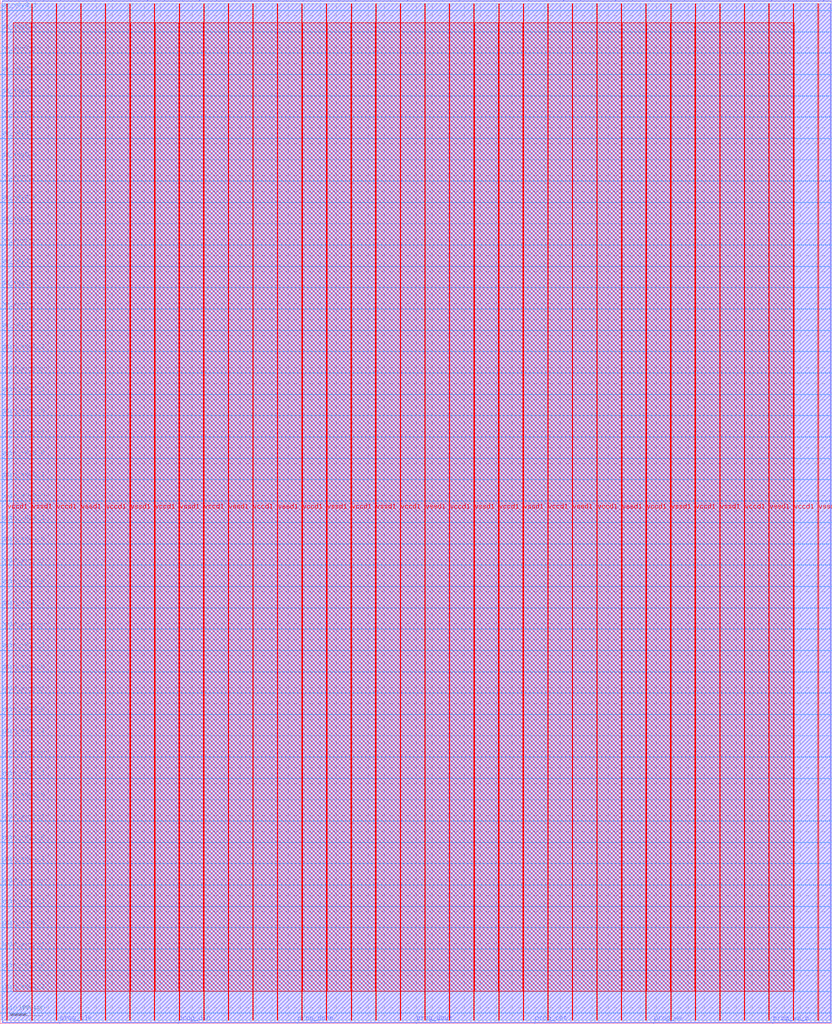
<source format=lef>
VERSION 5.7 ;
  NOWIREEXTENSIONATPIN ON ;
  DIVIDERCHAR "/" ;
  BUSBITCHARS "[]" ;
MACRO top
  CLASS BLOCK ;
  FOREIGN top ;
  ORIGIN 0.000 0.000 ;
  SIZE 2600.000 BY 3200.000 ;
  PIN ipin_x0y1_0
    DIRECTION INPUT ;
    USE SIGNAL ;
    PORT
      LAYER met3 ;
        RECT 0.000 33.360 4.000 33.960 ;
    END
  END ipin_x0y1_0
  PIN ipin_x0y1_1
    DIRECTION INPUT ;
    USE SIGNAL ;
    PORT
      LAYER met3 ;
        RECT 0.000 100.000 4.000 100.600 ;
    END
  END ipin_x0y1_1
  PIN ipin_x0y2_0
    DIRECTION INPUT ;
    USE SIGNAL ;
    PORT
      LAYER met3 ;
        RECT 0.000 166.640 4.000 167.240 ;
    END
  END ipin_x0y2_0
  PIN ipin_x0y2_1
    DIRECTION INPUT ;
    USE SIGNAL ;
    PORT
      LAYER met3 ;
        RECT 0.000 233.280 4.000 233.880 ;
    END
  END ipin_x0y2_1
  PIN ipin_x0y3_0
    DIRECTION INPUT ;
    USE SIGNAL ;
    PORT
      LAYER met3 ;
        RECT 0.000 299.920 4.000 300.520 ;
    END
  END ipin_x0y3_0
  PIN ipin_x0y3_1
    DIRECTION INPUT ;
    USE SIGNAL ;
    PORT
      LAYER met3 ;
        RECT 0.000 366.560 4.000 367.160 ;
    END
  END ipin_x0y3_1
  PIN ipin_x0y4_0
    DIRECTION INPUT ;
    USE SIGNAL ;
    PORT
      LAYER met3 ;
        RECT 0.000 433.200 4.000 433.800 ;
    END
  END ipin_x0y4_0
  PIN ipin_x0y4_1
    DIRECTION INPUT ;
    USE SIGNAL ;
    PORT
      LAYER met3 ;
        RECT 0.000 499.840 4.000 500.440 ;
    END
  END ipin_x0y4_1
  PIN ipin_x0y5_0
    DIRECTION INPUT ;
    USE SIGNAL ;
    PORT
      LAYER met3 ;
        RECT 0.000 566.480 4.000 567.080 ;
    END
  END ipin_x0y5_0
  PIN ipin_x0y5_1
    DIRECTION INPUT ;
    USE SIGNAL ;
    PORT
      LAYER met3 ;
        RECT 0.000 633.120 4.000 633.720 ;
    END
  END ipin_x0y5_1
  PIN ipin_x0y6_0
    DIRECTION INPUT ;
    USE SIGNAL ;
    PORT
      LAYER met3 ;
        RECT 0.000 699.760 4.000 700.360 ;
    END
  END ipin_x0y6_0
  PIN ipin_x0y6_1
    DIRECTION INPUT ;
    USE SIGNAL ;
    PORT
      LAYER met3 ;
        RECT 0.000 766.400 4.000 767.000 ;
    END
  END ipin_x0y6_1
  PIN ipin_x0y7_0
    DIRECTION INPUT ;
    USE SIGNAL ;
    PORT
      LAYER met3 ;
        RECT 0.000 833.040 4.000 833.640 ;
    END
  END ipin_x0y7_0
  PIN ipin_x0y7_1
    DIRECTION INPUT ;
    USE SIGNAL ;
    PORT
      LAYER met3 ;
        RECT 0.000 899.680 4.000 900.280 ;
    END
  END ipin_x0y7_1
  PIN ipin_x0y8_0
    DIRECTION INPUT ;
    USE SIGNAL ;
    PORT
      LAYER met3 ;
        RECT 0.000 966.320 4.000 966.920 ;
    END
  END ipin_x0y8_0
  PIN ipin_x0y8_1
    DIRECTION INPUT ;
    USE SIGNAL ;
    PORT
      LAYER met3 ;
        RECT 0.000 1032.960 4.000 1033.560 ;
    END
  END ipin_x0y8_1
  PIN ipin_x1y9_0
    DIRECTION INPUT ;
    USE SIGNAL ;
    PORT
      LAYER met2 ;
        RECT 26.770 3196.000 27.050 3200.000 ;
    END
  END ipin_x1y9_0
  PIN ipin_x1y9_1
    DIRECTION INPUT ;
    USE SIGNAL ;
    PORT
      LAYER met2 ;
        RECT 80.590 3196.000 80.870 3200.000 ;
    END
  END ipin_x1y9_1
  PIN ipin_x2y9_0
    DIRECTION INPUT ;
    USE SIGNAL ;
    PORT
      LAYER met2 ;
        RECT 134.870 3196.000 135.150 3200.000 ;
    END
  END ipin_x2y9_0
  PIN ipin_x2y9_1
    DIRECTION INPUT ;
    USE SIGNAL ;
    PORT
      LAYER met2 ;
        RECT 189.150 3196.000 189.430 3200.000 ;
    END
  END ipin_x2y9_1
  PIN ipin_x3y9_0
    DIRECTION INPUT ;
    USE SIGNAL ;
    PORT
      LAYER met2 ;
        RECT 243.430 3196.000 243.710 3200.000 ;
    END
  END ipin_x3y9_0
  PIN ipin_x3y9_1
    DIRECTION INPUT ;
    USE SIGNAL ;
    PORT
      LAYER met2 ;
        RECT 297.250 3196.000 297.530 3200.000 ;
    END
  END ipin_x3y9_1
  PIN ipin_x4y9_0
    DIRECTION INPUT ;
    USE SIGNAL ;
    PORT
      LAYER met2 ;
        RECT 351.530 3196.000 351.810 3200.000 ;
    END
  END ipin_x4y9_0
  PIN ipin_x4y9_1
    DIRECTION INPUT ;
    USE SIGNAL ;
    PORT
      LAYER met2 ;
        RECT 405.810 3196.000 406.090 3200.000 ;
    END
  END ipin_x4y9_1
  PIN ipin_x5y9_0
    DIRECTION INPUT ;
    USE SIGNAL ;
    PORT
      LAYER met2 ;
        RECT 460.090 3196.000 460.370 3200.000 ;
    END
  END ipin_x5y9_0
  PIN ipin_x5y9_1
    DIRECTION INPUT ;
    USE SIGNAL ;
    PORT
      LAYER met2 ;
        RECT 513.910 3196.000 514.190 3200.000 ;
    END
  END ipin_x5y9_1
  PIN ipin_x6y9_0
    DIRECTION INPUT ;
    USE SIGNAL ;
    PORT
      LAYER met2 ;
        RECT 568.190 3196.000 568.470 3200.000 ;
    END
  END ipin_x6y9_0
  PIN ipin_x6y9_1
    DIRECTION INPUT ;
    USE SIGNAL ;
    PORT
      LAYER met2 ;
        RECT 622.470 3196.000 622.750 3200.000 ;
    END
  END ipin_x6y9_1
  PIN ipin_x7y9_0
    DIRECTION INPUT ;
    USE SIGNAL ;
    PORT
      LAYER met2 ;
        RECT 676.750 3196.000 677.030 3200.000 ;
    END
  END ipin_x7y9_0
  PIN ipin_x7y9_1
    DIRECTION INPUT ;
    USE SIGNAL ;
    PORT
      LAYER met2 ;
        RECT 730.570 3196.000 730.850 3200.000 ;
    END
  END ipin_x7y9_1
  PIN ipin_x8y9_0
    DIRECTION INPUT ;
    USE SIGNAL ;
    PORT
      LAYER met2 ;
        RECT 784.850 3196.000 785.130 3200.000 ;
    END
  END ipin_x8y9_0
  PIN ipin_x8y9_1
    DIRECTION INPUT ;
    USE SIGNAL ;
    PORT
      LAYER met2 ;
        RECT 839.130 3196.000 839.410 3200.000 ;
    END
  END ipin_x8y9_1
  PIN ipin_x9y1_0
    DIRECTION INPUT ;
    USE SIGNAL ;
    PORT
      LAYER met3 ;
        RECT 2596.000 33.360 2600.000 33.960 ;
    END
  END ipin_x9y1_0
  PIN ipin_x9y1_1
    DIRECTION INPUT ;
    USE SIGNAL ;
    PORT
      LAYER met3 ;
        RECT 2596.000 100.000 2600.000 100.600 ;
    END
  END ipin_x9y1_1
  PIN ipin_x9y2_0
    DIRECTION INPUT ;
    USE SIGNAL ;
    PORT
      LAYER met3 ;
        RECT 2596.000 166.640 2600.000 167.240 ;
    END
  END ipin_x9y2_0
  PIN ipin_x9y2_1
    DIRECTION INPUT ;
    USE SIGNAL ;
    PORT
      LAYER met3 ;
        RECT 2596.000 233.280 2600.000 233.880 ;
    END
  END ipin_x9y2_1
  PIN ipin_x9y3_0
    DIRECTION INPUT ;
    USE SIGNAL ;
    PORT
      LAYER met3 ;
        RECT 2596.000 299.920 2600.000 300.520 ;
    END
  END ipin_x9y3_0
  PIN ipin_x9y3_1
    DIRECTION INPUT ;
    USE SIGNAL ;
    PORT
      LAYER met3 ;
        RECT 2596.000 366.560 2600.000 367.160 ;
    END
  END ipin_x9y3_1
  PIN ipin_x9y4_0
    DIRECTION INPUT ;
    USE SIGNAL ;
    PORT
      LAYER met3 ;
        RECT 2596.000 433.200 2600.000 433.800 ;
    END
  END ipin_x9y4_0
  PIN ipin_x9y4_1
    DIRECTION INPUT ;
    USE SIGNAL ;
    PORT
      LAYER met3 ;
        RECT 2596.000 499.840 2600.000 500.440 ;
    END
  END ipin_x9y4_1
  PIN ipin_x9y5_0
    DIRECTION INPUT ;
    USE SIGNAL ;
    PORT
      LAYER met3 ;
        RECT 2596.000 566.480 2600.000 567.080 ;
    END
  END ipin_x9y5_0
  PIN ipin_x9y5_1
    DIRECTION INPUT ;
    USE SIGNAL ;
    PORT
      LAYER met3 ;
        RECT 2596.000 633.120 2600.000 633.720 ;
    END
  END ipin_x9y5_1
  PIN ipin_x9y6_0
    DIRECTION INPUT ;
    USE SIGNAL ;
    PORT
      LAYER met3 ;
        RECT 2596.000 699.760 2600.000 700.360 ;
    END
  END ipin_x9y6_0
  PIN ipin_x9y6_1
    DIRECTION INPUT ;
    USE SIGNAL ;
    PORT
      LAYER met3 ;
        RECT 2596.000 766.400 2600.000 767.000 ;
    END
  END ipin_x9y6_1
  PIN ipin_x9y7_0
    DIRECTION INPUT ;
    USE SIGNAL ;
    PORT
      LAYER met3 ;
        RECT 2596.000 833.040 2600.000 833.640 ;
    END
  END ipin_x9y7_0
  PIN ipin_x9y7_1
    DIRECTION INPUT ;
    USE SIGNAL ;
    PORT
      LAYER met3 ;
        RECT 2596.000 899.680 2600.000 900.280 ;
    END
  END ipin_x9y7_1
  PIN ipin_x9y8_0
    DIRECTION INPUT ;
    USE SIGNAL ;
    PORT
      LAYER met3 ;
        RECT 2596.000 966.320 2600.000 966.920 ;
    END
  END ipin_x9y8_0
  PIN ipin_x9y8_1
    DIRECTION INPUT ;
    USE SIGNAL ;
    PORT
      LAYER met3 ;
        RECT 2596.000 1032.960 2600.000 1033.560 ;
    END
  END ipin_x9y8_1
  PIN oe_x0y1_0
    DIRECTION OUTPUT TRISTATE ;
    USE SIGNAL ;
    PORT
      LAYER met3 ;
        RECT 0.000 2166.520 4.000 2167.120 ;
    END
  END oe_x0y1_0
  PIN oe_x0y1_1
    DIRECTION OUTPUT TRISTATE ;
    USE SIGNAL ;
    PORT
      LAYER met3 ;
        RECT 0.000 2233.160 4.000 2233.760 ;
    END
  END oe_x0y1_1
  PIN oe_x0y2_0
    DIRECTION OUTPUT TRISTATE ;
    USE SIGNAL ;
    PORT
      LAYER met3 ;
        RECT 0.000 2299.800 4.000 2300.400 ;
    END
  END oe_x0y2_0
  PIN oe_x0y2_1
    DIRECTION OUTPUT TRISTATE ;
    USE SIGNAL ;
    PORT
      LAYER met3 ;
        RECT 0.000 2366.440 4.000 2367.040 ;
    END
  END oe_x0y2_1
  PIN oe_x0y3_0
    DIRECTION OUTPUT TRISTATE ;
    USE SIGNAL ;
    PORT
      LAYER met3 ;
        RECT 0.000 2433.080 4.000 2433.680 ;
    END
  END oe_x0y3_0
  PIN oe_x0y3_1
    DIRECTION OUTPUT TRISTATE ;
    USE SIGNAL ;
    PORT
      LAYER met3 ;
        RECT 0.000 2499.720 4.000 2500.320 ;
    END
  END oe_x0y3_1
  PIN oe_x0y4_0
    DIRECTION OUTPUT TRISTATE ;
    USE SIGNAL ;
    PORT
      LAYER met3 ;
        RECT 0.000 2566.360 4.000 2566.960 ;
    END
  END oe_x0y4_0
  PIN oe_x0y4_1
    DIRECTION OUTPUT TRISTATE ;
    USE SIGNAL ;
    PORT
      LAYER met3 ;
        RECT 0.000 2633.000 4.000 2633.600 ;
    END
  END oe_x0y4_1
  PIN oe_x0y5_0
    DIRECTION OUTPUT TRISTATE ;
    USE SIGNAL ;
    PORT
      LAYER met3 ;
        RECT 0.000 2699.640 4.000 2700.240 ;
    END
  END oe_x0y5_0
  PIN oe_x0y5_1
    DIRECTION OUTPUT TRISTATE ;
    USE SIGNAL ;
    PORT
      LAYER met3 ;
        RECT 0.000 2766.280 4.000 2766.880 ;
    END
  END oe_x0y5_1
  PIN oe_x0y6_0
    DIRECTION OUTPUT TRISTATE ;
    USE SIGNAL ;
    PORT
      LAYER met3 ;
        RECT 0.000 2832.920 4.000 2833.520 ;
    END
  END oe_x0y6_0
  PIN oe_x0y6_1
    DIRECTION OUTPUT TRISTATE ;
    USE SIGNAL ;
    PORT
      LAYER met3 ;
        RECT 0.000 2899.560 4.000 2900.160 ;
    END
  END oe_x0y6_1
  PIN oe_x0y7_0
    DIRECTION OUTPUT TRISTATE ;
    USE SIGNAL ;
    PORT
      LAYER met3 ;
        RECT 0.000 2966.200 4.000 2966.800 ;
    END
  END oe_x0y7_0
  PIN oe_x0y7_1
    DIRECTION OUTPUT TRISTATE ;
    USE SIGNAL ;
    PORT
      LAYER met3 ;
        RECT 0.000 3032.840 4.000 3033.440 ;
    END
  END oe_x0y7_1
  PIN oe_x0y8_0
    DIRECTION OUTPUT TRISTATE ;
    USE SIGNAL ;
    PORT
      LAYER met3 ;
        RECT 0.000 3099.480 4.000 3100.080 ;
    END
  END oe_x0y8_0
  PIN oe_x0y8_1
    DIRECTION OUTPUT TRISTATE ;
    USE SIGNAL ;
    PORT
      LAYER met3 ;
        RECT 0.000 3166.120 4.000 3166.720 ;
    END
  END oe_x0y8_1
  PIN oe_x1y9_0
    DIRECTION OUTPUT TRISTATE ;
    USE SIGNAL ;
    PORT
      LAYER met2 ;
        RECT 1760.050 3196.000 1760.330 3200.000 ;
    END
  END oe_x1y9_0
  PIN oe_x1y9_1
    DIRECTION OUTPUT TRISTATE ;
    USE SIGNAL ;
    PORT
      LAYER met2 ;
        RECT 1813.870 3196.000 1814.150 3200.000 ;
    END
  END oe_x1y9_1
  PIN oe_x2y9_0
    DIRECTION OUTPUT TRISTATE ;
    USE SIGNAL ;
    PORT
      LAYER met2 ;
        RECT 1868.150 3196.000 1868.430 3200.000 ;
    END
  END oe_x2y9_0
  PIN oe_x2y9_1
    DIRECTION OUTPUT TRISTATE ;
    USE SIGNAL ;
    PORT
      LAYER met2 ;
        RECT 1922.430 3196.000 1922.710 3200.000 ;
    END
  END oe_x2y9_1
  PIN oe_x3y9_0
    DIRECTION OUTPUT TRISTATE ;
    USE SIGNAL ;
    PORT
      LAYER met2 ;
        RECT 1976.710 3196.000 1976.990 3200.000 ;
    END
  END oe_x3y9_0
  PIN oe_x3y9_1
    DIRECTION OUTPUT TRISTATE ;
    USE SIGNAL ;
    PORT
      LAYER met2 ;
        RECT 2030.530 3196.000 2030.810 3200.000 ;
    END
  END oe_x3y9_1
  PIN oe_x4y9_0
    DIRECTION OUTPUT TRISTATE ;
    USE SIGNAL ;
    PORT
      LAYER met2 ;
        RECT 2084.810 3196.000 2085.090 3200.000 ;
    END
  END oe_x4y9_0
  PIN oe_x4y9_1
    DIRECTION OUTPUT TRISTATE ;
    USE SIGNAL ;
    PORT
      LAYER met2 ;
        RECT 2139.090 3196.000 2139.370 3200.000 ;
    END
  END oe_x4y9_1
  PIN oe_x5y9_0
    DIRECTION OUTPUT TRISTATE ;
    USE SIGNAL ;
    PORT
      LAYER met2 ;
        RECT 2193.370 3196.000 2193.650 3200.000 ;
    END
  END oe_x5y9_0
  PIN oe_x5y9_1
    DIRECTION OUTPUT TRISTATE ;
    USE SIGNAL ;
    PORT
      LAYER met2 ;
        RECT 2247.190 3196.000 2247.470 3200.000 ;
    END
  END oe_x5y9_1
  PIN oe_x6y9_0
    DIRECTION OUTPUT TRISTATE ;
    USE SIGNAL ;
    PORT
      LAYER met2 ;
        RECT 2301.470 3196.000 2301.750 3200.000 ;
    END
  END oe_x6y9_0
  PIN oe_x6y9_1
    DIRECTION OUTPUT TRISTATE ;
    USE SIGNAL ;
    PORT
      LAYER met2 ;
        RECT 2355.750 3196.000 2356.030 3200.000 ;
    END
  END oe_x6y9_1
  PIN oe_x7y9_0
    DIRECTION OUTPUT TRISTATE ;
    USE SIGNAL ;
    PORT
      LAYER met2 ;
        RECT 2410.030 3196.000 2410.310 3200.000 ;
    END
  END oe_x7y9_0
  PIN oe_x7y9_1
    DIRECTION OUTPUT TRISTATE ;
    USE SIGNAL ;
    PORT
      LAYER met2 ;
        RECT 2463.850 3196.000 2464.130 3200.000 ;
    END
  END oe_x7y9_1
  PIN oe_x8y9_0
    DIRECTION OUTPUT TRISTATE ;
    USE SIGNAL ;
    PORT
      LAYER met2 ;
        RECT 2518.130 3196.000 2518.410 3200.000 ;
    END
  END oe_x8y9_0
  PIN oe_x8y9_1
    DIRECTION OUTPUT TRISTATE ;
    USE SIGNAL ;
    PORT
      LAYER met2 ;
        RECT 2572.410 3196.000 2572.690 3200.000 ;
    END
  END oe_x8y9_1
  PIN oe_x9y1_0
    DIRECTION OUTPUT TRISTATE ;
    USE SIGNAL ;
    PORT
      LAYER met3 ;
        RECT 2596.000 2166.520 2600.000 2167.120 ;
    END
  END oe_x9y1_0
  PIN oe_x9y1_1
    DIRECTION OUTPUT TRISTATE ;
    USE SIGNAL ;
    PORT
      LAYER met3 ;
        RECT 2596.000 2233.160 2600.000 2233.760 ;
    END
  END oe_x9y1_1
  PIN oe_x9y2_0
    DIRECTION OUTPUT TRISTATE ;
    USE SIGNAL ;
    PORT
      LAYER met3 ;
        RECT 2596.000 2299.800 2600.000 2300.400 ;
    END
  END oe_x9y2_0
  PIN oe_x9y2_1
    DIRECTION OUTPUT TRISTATE ;
    USE SIGNAL ;
    PORT
      LAYER met3 ;
        RECT 2596.000 2366.440 2600.000 2367.040 ;
    END
  END oe_x9y2_1
  PIN oe_x9y3_0
    DIRECTION OUTPUT TRISTATE ;
    USE SIGNAL ;
    PORT
      LAYER met3 ;
        RECT 2596.000 2433.080 2600.000 2433.680 ;
    END
  END oe_x9y3_0
  PIN oe_x9y3_1
    DIRECTION OUTPUT TRISTATE ;
    USE SIGNAL ;
    PORT
      LAYER met3 ;
        RECT 2596.000 2499.720 2600.000 2500.320 ;
    END
  END oe_x9y3_1
  PIN oe_x9y4_0
    DIRECTION OUTPUT TRISTATE ;
    USE SIGNAL ;
    PORT
      LAYER met3 ;
        RECT 2596.000 2566.360 2600.000 2566.960 ;
    END
  END oe_x9y4_0
  PIN oe_x9y4_1
    DIRECTION OUTPUT TRISTATE ;
    USE SIGNAL ;
    PORT
      LAYER met3 ;
        RECT 2596.000 2633.000 2600.000 2633.600 ;
    END
  END oe_x9y4_1
  PIN oe_x9y5_0
    DIRECTION OUTPUT TRISTATE ;
    USE SIGNAL ;
    PORT
      LAYER met3 ;
        RECT 2596.000 2699.640 2600.000 2700.240 ;
    END
  END oe_x9y5_0
  PIN oe_x9y5_1
    DIRECTION OUTPUT TRISTATE ;
    USE SIGNAL ;
    PORT
      LAYER met3 ;
        RECT 2596.000 2766.280 2600.000 2766.880 ;
    END
  END oe_x9y5_1
  PIN oe_x9y6_0
    DIRECTION OUTPUT TRISTATE ;
    USE SIGNAL ;
    PORT
      LAYER met3 ;
        RECT 2596.000 2832.920 2600.000 2833.520 ;
    END
  END oe_x9y6_0
  PIN oe_x9y6_1
    DIRECTION OUTPUT TRISTATE ;
    USE SIGNAL ;
    PORT
      LAYER met3 ;
        RECT 2596.000 2899.560 2600.000 2900.160 ;
    END
  END oe_x9y6_1
  PIN oe_x9y7_0
    DIRECTION OUTPUT TRISTATE ;
    USE SIGNAL ;
    PORT
      LAYER met3 ;
        RECT 2596.000 2966.200 2600.000 2966.800 ;
    END
  END oe_x9y7_0
  PIN oe_x9y7_1
    DIRECTION OUTPUT TRISTATE ;
    USE SIGNAL ;
    PORT
      LAYER met3 ;
        RECT 2596.000 3032.840 2600.000 3033.440 ;
    END
  END oe_x9y7_1
  PIN oe_x9y8_0
    DIRECTION OUTPUT TRISTATE ;
    USE SIGNAL ;
    PORT
      LAYER met3 ;
        RECT 2596.000 3099.480 2600.000 3100.080 ;
    END
  END oe_x9y8_0
  PIN oe_x9y8_1
    DIRECTION OUTPUT TRISTATE ;
    USE SIGNAL ;
    PORT
      LAYER met3 ;
        RECT 2596.000 3166.120 2600.000 3166.720 ;
    END
  END oe_x9y8_1
  PIN opin_x0y1_0
    DIRECTION OUTPUT TRISTATE ;
    USE SIGNAL ;
    PORT
      LAYER met3 ;
        RECT 0.000 1099.600 4.000 1100.200 ;
    END
  END opin_x0y1_0
  PIN opin_x0y1_1
    DIRECTION OUTPUT TRISTATE ;
    USE SIGNAL ;
    PORT
      LAYER met3 ;
        RECT 0.000 1166.240 4.000 1166.840 ;
    END
  END opin_x0y1_1
  PIN opin_x0y2_0
    DIRECTION OUTPUT TRISTATE ;
    USE SIGNAL ;
    PORT
      LAYER met3 ;
        RECT 0.000 1232.880 4.000 1233.480 ;
    END
  END opin_x0y2_0
  PIN opin_x0y2_1
    DIRECTION OUTPUT TRISTATE ;
    USE SIGNAL ;
    PORT
      LAYER met3 ;
        RECT 0.000 1299.520 4.000 1300.120 ;
    END
  END opin_x0y2_1
  PIN opin_x0y3_0
    DIRECTION OUTPUT TRISTATE ;
    USE SIGNAL ;
    PORT
      LAYER met3 ;
        RECT 0.000 1366.160 4.000 1366.760 ;
    END
  END opin_x0y3_0
  PIN opin_x0y3_1
    DIRECTION OUTPUT TRISTATE ;
    USE SIGNAL ;
    PORT
      LAYER met3 ;
        RECT 0.000 1432.800 4.000 1433.400 ;
    END
  END opin_x0y3_1
  PIN opin_x0y4_0
    DIRECTION OUTPUT TRISTATE ;
    USE SIGNAL ;
    PORT
      LAYER met3 ;
        RECT 0.000 1499.440 4.000 1500.040 ;
    END
  END opin_x0y4_0
  PIN opin_x0y4_1
    DIRECTION OUTPUT TRISTATE ;
    USE SIGNAL ;
    PORT
      LAYER met3 ;
        RECT 0.000 1566.080 4.000 1566.680 ;
    END
  END opin_x0y4_1
  PIN opin_x0y5_0
    DIRECTION OUTPUT TRISTATE ;
    USE SIGNAL ;
    PORT
      LAYER met3 ;
        RECT 0.000 1633.400 4.000 1634.000 ;
    END
  END opin_x0y5_0
  PIN opin_x0y5_1
    DIRECTION OUTPUT TRISTATE ;
    USE SIGNAL ;
    PORT
      LAYER met3 ;
        RECT 0.000 1700.040 4.000 1700.640 ;
    END
  END opin_x0y5_1
  PIN opin_x0y6_0
    DIRECTION OUTPUT TRISTATE ;
    USE SIGNAL ;
    PORT
      LAYER met3 ;
        RECT 0.000 1766.680 4.000 1767.280 ;
    END
  END opin_x0y6_0
  PIN opin_x0y6_1
    DIRECTION OUTPUT TRISTATE ;
    USE SIGNAL ;
    PORT
      LAYER met3 ;
        RECT 0.000 1833.320 4.000 1833.920 ;
    END
  END opin_x0y6_1
  PIN opin_x0y7_0
    DIRECTION OUTPUT TRISTATE ;
    USE SIGNAL ;
    PORT
      LAYER met3 ;
        RECT 0.000 1899.960 4.000 1900.560 ;
    END
  END opin_x0y7_0
  PIN opin_x0y7_1
    DIRECTION OUTPUT TRISTATE ;
    USE SIGNAL ;
    PORT
      LAYER met3 ;
        RECT 0.000 1966.600 4.000 1967.200 ;
    END
  END opin_x0y7_1
  PIN opin_x0y8_0
    DIRECTION OUTPUT TRISTATE ;
    USE SIGNAL ;
    PORT
      LAYER met3 ;
        RECT 0.000 2033.240 4.000 2033.840 ;
    END
  END opin_x0y8_0
  PIN opin_x0y8_1
    DIRECTION OUTPUT TRISTATE ;
    USE SIGNAL ;
    PORT
      LAYER met3 ;
        RECT 0.000 2099.880 4.000 2100.480 ;
    END
  END opin_x0y8_1
  PIN opin_x1y9_0
    DIRECTION OUTPUT TRISTATE ;
    USE SIGNAL ;
    PORT
      LAYER met2 ;
        RECT 893.410 3196.000 893.690 3200.000 ;
    END
  END opin_x1y9_0
  PIN opin_x1y9_1
    DIRECTION OUTPUT TRISTATE ;
    USE SIGNAL ;
    PORT
      LAYER met2 ;
        RECT 947.230 3196.000 947.510 3200.000 ;
    END
  END opin_x1y9_1
  PIN opin_x2y9_0
    DIRECTION OUTPUT TRISTATE ;
    USE SIGNAL ;
    PORT
      LAYER met2 ;
        RECT 1001.510 3196.000 1001.790 3200.000 ;
    END
  END opin_x2y9_0
  PIN opin_x2y9_1
    DIRECTION OUTPUT TRISTATE ;
    USE SIGNAL ;
    PORT
      LAYER met2 ;
        RECT 1055.790 3196.000 1056.070 3200.000 ;
    END
  END opin_x2y9_1
  PIN opin_x3y9_0
    DIRECTION OUTPUT TRISTATE ;
    USE SIGNAL ;
    PORT
      LAYER met2 ;
        RECT 1110.070 3196.000 1110.350 3200.000 ;
    END
  END opin_x3y9_0
  PIN opin_x3y9_1
    DIRECTION OUTPUT TRISTATE ;
    USE SIGNAL ;
    PORT
      LAYER met2 ;
        RECT 1163.890 3196.000 1164.170 3200.000 ;
    END
  END opin_x3y9_1
  PIN opin_x4y9_0
    DIRECTION OUTPUT TRISTATE ;
    USE SIGNAL ;
    PORT
      LAYER met2 ;
        RECT 1218.170 3196.000 1218.450 3200.000 ;
    END
  END opin_x4y9_0
  PIN opin_x4y9_1
    DIRECTION OUTPUT TRISTATE ;
    USE SIGNAL ;
    PORT
      LAYER met2 ;
        RECT 1272.450 3196.000 1272.730 3200.000 ;
    END
  END opin_x4y9_1
  PIN opin_x5y9_0
    DIRECTION OUTPUT TRISTATE ;
    USE SIGNAL ;
    PORT
      LAYER met2 ;
        RECT 1326.730 3196.000 1327.010 3200.000 ;
    END
  END opin_x5y9_0
  PIN opin_x5y9_1
    DIRECTION OUTPUT TRISTATE ;
    USE SIGNAL ;
    PORT
      LAYER met2 ;
        RECT 1380.550 3196.000 1380.830 3200.000 ;
    END
  END opin_x5y9_1
  PIN opin_x6y9_0
    DIRECTION OUTPUT TRISTATE ;
    USE SIGNAL ;
    PORT
      LAYER met2 ;
        RECT 1434.830 3196.000 1435.110 3200.000 ;
    END
  END opin_x6y9_0
  PIN opin_x6y9_1
    DIRECTION OUTPUT TRISTATE ;
    USE SIGNAL ;
    PORT
      LAYER met2 ;
        RECT 1489.110 3196.000 1489.390 3200.000 ;
    END
  END opin_x6y9_1
  PIN opin_x7y9_0
    DIRECTION OUTPUT TRISTATE ;
    USE SIGNAL ;
    PORT
      LAYER met2 ;
        RECT 1543.390 3196.000 1543.670 3200.000 ;
    END
  END opin_x7y9_0
  PIN opin_x7y9_1
    DIRECTION OUTPUT TRISTATE ;
    USE SIGNAL ;
    PORT
      LAYER met2 ;
        RECT 1597.210 3196.000 1597.490 3200.000 ;
    END
  END opin_x7y9_1
  PIN opin_x8y9_0
    DIRECTION OUTPUT TRISTATE ;
    USE SIGNAL ;
    PORT
      LAYER met2 ;
        RECT 1651.490 3196.000 1651.770 3200.000 ;
    END
  END opin_x8y9_0
  PIN opin_x8y9_1
    DIRECTION OUTPUT TRISTATE ;
    USE SIGNAL ;
    PORT
      LAYER met2 ;
        RECT 1705.770 3196.000 1706.050 3200.000 ;
    END
  END opin_x8y9_1
  PIN opin_x9y1_0
    DIRECTION OUTPUT TRISTATE ;
    USE SIGNAL ;
    PORT
      LAYER met3 ;
        RECT 2596.000 1099.600 2600.000 1100.200 ;
    END
  END opin_x9y1_0
  PIN opin_x9y1_1
    DIRECTION OUTPUT TRISTATE ;
    USE SIGNAL ;
    PORT
      LAYER met3 ;
        RECT 2596.000 1166.240 2600.000 1166.840 ;
    END
  END opin_x9y1_1
  PIN opin_x9y2_0
    DIRECTION OUTPUT TRISTATE ;
    USE SIGNAL ;
    PORT
      LAYER met3 ;
        RECT 2596.000 1232.880 2600.000 1233.480 ;
    END
  END opin_x9y2_0
  PIN opin_x9y2_1
    DIRECTION OUTPUT TRISTATE ;
    USE SIGNAL ;
    PORT
      LAYER met3 ;
        RECT 2596.000 1299.520 2600.000 1300.120 ;
    END
  END opin_x9y2_1
  PIN opin_x9y3_0
    DIRECTION OUTPUT TRISTATE ;
    USE SIGNAL ;
    PORT
      LAYER met3 ;
        RECT 2596.000 1366.160 2600.000 1366.760 ;
    END
  END opin_x9y3_0
  PIN opin_x9y3_1
    DIRECTION OUTPUT TRISTATE ;
    USE SIGNAL ;
    PORT
      LAYER met3 ;
        RECT 2596.000 1432.800 2600.000 1433.400 ;
    END
  END opin_x9y3_1
  PIN opin_x9y4_0
    DIRECTION OUTPUT TRISTATE ;
    USE SIGNAL ;
    PORT
      LAYER met3 ;
        RECT 2596.000 1499.440 2600.000 1500.040 ;
    END
  END opin_x9y4_0
  PIN opin_x9y4_1
    DIRECTION OUTPUT TRISTATE ;
    USE SIGNAL ;
    PORT
      LAYER met3 ;
        RECT 2596.000 1566.080 2600.000 1566.680 ;
    END
  END opin_x9y4_1
  PIN opin_x9y5_0
    DIRECTION OUTPUT TRISTATE ;
    USE SIGNAL ;
    PORT
      LAYER met3 ;
        RECT 2596.000 1633.400 2600.000 1634.000 ;
    END
  END opin_x9y5_0
  PIN opin_x9y5_1
    DIRECTION OUTPUT TRISTATE ;
    USE SIGNAL ;
    PORT
      LAYER met3 ;
        RECT 2596.000 1700.040 2600.000 1700.640 ;
    END
  END opin_x9y5_1
  PIN opin_x9y6_0
    DIRECTION OUTPUT TRISTATE ;
    USE SIGNAL ;
    PORT
      LAYER met3 ;
        RECT 2596.000 1766.680 2600.000 1767.280 ;
    END
  END opin_x9y6_0
  PIN opin_x9y6_1
    DIRECTION OUTPUT TRISTATE ;
    USE SIGNAL ;
    PORT
      LAYER met3 ;
        RECT 2596.000 1833.320 2600.000 1833.920 ;
    END
  END opin_x9y6_1
  PIN opin_x9y7_0
    DIRECTION OUTPUT TRISTATE ;
    USE SIGNAL ;
    PORT
      LAYER met3 ;
        RECT 2596.000 1899.960 2600.000 1900.560 ;
    END
  END opin_x9y7_0
  PIN opin_x9y7_1
    DIRECTION OUTPUT TRISTATE ;
    USE SIGNAL ;
    PORT
      LAYER met3 ;
        RECT 2596.000 1966.600 2600.000 1967.200 ;
    END
  END opin_x9y7_1
  PIN opin_x9y8_0
    DIRECTION OUTPUT TRISTATE ;
    USE SIGNAL ;
    PORT
      LAYER met3 ;
        RECT 2596.000 2033.240 2600.000 2033.840 ;
    END
  END opin_x9y8_0
  PIN opin_x9y8_1
    DIRECTION OUTPUT TRISTATE ;
    USE SIGNAL ;
    PORT
      LAYER met3 ;
        RECT 2596.000 2099.880 2600.000 2100.480 ;
    END
  END opin_x9y8_1
  PIN prog_clk
    DIRECTION INPUT ;
    USE SIGNAL ;
    PORT
      LAYER met2 ;
        RECT 185.470 0.000 185.750 4.000 ;
    END
  END prog_clk
  PIN prog_din
    DIRECTION INPUT ;
    USE SIGNAL ;
    PORT
      LAYER met2 ;
        RECT 556.690 0.000 556.970 4.000 ;
    END
  END prog_din
  PIN prog_done
    DIRECTION INPUT ;
    USE SIGNAL ;
    PORT
      LAYER met2 ;
        RECT 927.910 0.000 928.190 4.000 ;
    END
  END prog_done
  PIN prog_dout
    DIRECTION OUTPUT TRISTATE ;
    USE SIGNAL ;
    PORT
      LAYER met2 ;
        RECT 1299.590 0.000 1299.870 4.000 ;
    END
  END prog_dout
  PIN prog_rst
    DIRECTION INPUT ;
    USE SIGNAL ;
    PORT
      LAYER met2 ;
        RECT 1670.810 0.000 1671.090 4.000 ;
    END
  END prog_rst
  PIN prog_we
    DIRECTION INPUT ;
    USE SIGNAL ;
    PORT
      LAYER met2 ;
        RECT 2042.490 0.000 2042.770 4.000 ;
    END
  END prog_we
  PIN prog_we_o
    DIRECTION OUTPUT TRISTATE ;
    USE SIGNAL ;
    PORT
      LAYER met2 ;
        RECT 2413.710 0.000 2413.990 4.000 ;
    END
  END prog_we_o
  PIN vccd1
    DIRECTION INPUT ;
    USE POWER ;
    PORT
      LAYER met4 ;
        RECT 21.040 10.640 22.640 3188.080 ;
    END
    PORT
      LAYER met4 ;
        RECT 174.640 10.640 176.240 3188.080 ;
    END
    PORT
      LAYER met4 ;
        RECT 328.240 10.640 329.840 3188.080 ;
    END
    PORT
      LAYER met4 ;
        RECT 481.840 10.640 483.440 3188.080 ;
    END
    PORT
      LAYER met4 ;
        RECT 635.440 10.640 637.040 3188.080 ;
    END
    PORT
      LAYER met4 ;
        RECT 789.040 10.640 790.640 3188.080 ;
    END
    PORT
      LAYER met4 ;
        RECT 942.640 10.640 944.240 3188.080 ;
    END
    PORT
      LAYER met4 ;
        RECT 1096.240 10.640 1097.840 3188.080 ;
    END
    PORT
      LAYER met4 ;
        RECT 1249.840 10.640 1251.440 3188.080 ;
    END
    PORT
      LAYER met4 ;
        RECT 1403.440 10.640 1405.040 3188.080 ;
    END
    PORT
      LAYER met4 ;
        RECT 1557.040 10.640 1558.640 3188.080 ;
    END
    PORT
      LAYER met4 ;
        RECT 1710.640 10.640 1712.240 3188.080 ;
    END
    PORT
      LAYER met4 ;
        RECT 1864.240 10.640 1865.840 3188.080 ;
    END
    PORT
      LAYER met4 ;
        RECT 2017.840 10.640 2019.440 3188.080 ;
    END
    PORT
      LAYER met4 ;
        RECT 2171.440 10.640 2173.040 3188.080 ;
    END
    PORT
      LAYER met4 ;
        RECT 2325.040 10.640 2326.640 3188.080 ;
    END
    PORT
      LAYER met4 ;
        RECT 2478.640 10.640 2480.240 3188.080 ;
    END
  END vccd1
  PIN vssd1
    DIRECTION INPUT ;
    USE GROUND ;
    PORT
      LAYER met4 ;
        RECT 97.840 10.640 99.440 3188.080 ;
    END
    PORT
      LAYER met4 ;
        RECT 251.440 10.640 253.040 3188.080 ;
    END
    PORT
      LAYER met4 ;
        RECT 405.040 10.640 406.640 3188.080 ;
    END
    PORT
      LAYER met4 ;
        RECT 558.640 10.640 560.240 3188.080 ;
    END
    PORT
      LAYER met4 ;
        RECT 712.240 10.640 713.840 3188.080 ;
    END
    PORT
      LAYER met4 ;
        RECT 865.840 10.640 867.440 3188.080 ;
    END
    PORT
      LAYER met4 ;
        RECT 1019.440 10.640 1021.040 3188.080 ;
    END
    PORT
      LAYER met4 ;
        RECT 1173.040 10.640 1174.640 3188.080 ;
    END
    PORT
      LAYER met4 ;
        RECT 1326.640 10.640 1328.240 3188.080 ;
    END
    PORT
      LAYER met4 ;
        RECT 1480.240 10.640 1481.840 3188.080 ;
    END
    PORT
      LAYER met4 ;
        RECT 1633.840 10.640 1635.440 3188.080 ;
    END
    PORT
      LAYER met4 ;
        RECT 1787.440 10.640 1789.040 3188.080 ;
    END
    PORT
      LAYER met4 ;
        RECT 1941.040 10.640 1942.640 3188.080 ;
    END
    PORT
      LAYER met4 ;
        RECT 2094.640 10.640 2096.240 3188.080 ;
    END
    PORT
      LAYER met4 ;
        RECT 2248.240 10.640 2249.840 3188.080 ;
    END
    PORT
      LAYER met4 ;
        RECT 2401.840 10.640 2403.440 3188.080 ;
    END
    PORT
      LAYER met4 ;
        RECT 2555.440 10.640 2557.040 3188.080 ;
    END
  END vssd1
  OBS
      LAYER li1 ;
        RECT 5.520 10.795 2594.400 3187.925 ;
      LAYER met1 ;
        RECT 5.520 10.640 2597.090 3188.080 ;
      LAYER met2 ;
        RECT 6.990 3195.720 26.490 3196.410 ;
        RECT 27.330 3195.720 80.310 3196.410 ;
        RECT 81.150 3195.720 134.590 3196.410 ;
        RECT 135.430 3195.720 188.870 3196.410 ;
        RECT 189.710 3195.720 243.150 3196.410 ;
        RECT 243.990 3195.720 296.970 3196.410 ;
        RECT 297.810 3195.720 351.250 3196.410 ;
        RECT 352.090 3195.720 405.530 3196.410 ;
        RECT 406.370 3195.720 459.810 3196.410 ;
        RECT 460.650 3195.720 513.630 3196.410 ;
        RECT 514.470 3195.720 567.910 3196.410 ;
        RECT 568.750 3195.720 622.190 3196.410 ;
        RECT 623.030 3195.720 676.470 3196.410 ;
        RECT 677.310 3195.720 730.290 3196.410 ;
        RECT 731.130 3195.720 784.570 3196.410 ;
        RECT 785.410 3195.720 838.850 3196.410 ;
        RECT 839.690 3195.720 893.130 3196.410 ;
        RECT 893.970 3195.720 946.950 3196.410 ;
        RECT 947.790 3195.720 1001.230 3196.410 ;
        RECT 1002.070 3195.720 1055.510 3196.410 ;
        RECT 1056.350 3195.720 1109.790 3196.410 ;
        RECT 1110.630 3195.720 1163.610 3196.410 ;
        RECT 1164.450 3195.720 1217.890 3196.410 ;
        RECT 1218.730 3195.720 1272.170 3196.410 ;
        RECT 1273.010 3195.720 1326.450 3196.410 ;
        RECT 1327.290 3195.720 1380.270 3196.410 ;
        RECT 1381.110 3195.720 1434.550 3196.410 ;
        RECT 1435.390 3195.720 1488.830 3196.410 ;
        RECT 1489.670 3195.720 1543.110 3196.410 ;
        RECT 1543.950 3195.720 1596.930 3196.410 ;
        RECT 1597.770 3195.720 1651.210 3196.410 ;
        RECT 1652.050 3195.720 1705.490 3196.410 ;
        RECT 1706.330 3195.720 1759.770 3196.410 ;
        RECT 1760.610 3195.720 1813.590 3196.410 ;
        RECT 1814.430 3195.720 1867.870 3196.410 ;
        RECT 1868.710 3195.720 1922.150 3196.410 ;
        RECT 1922.990 3195.720 1976.430 3196.410 ;
        RECT 1977.270 3195.720 2030.250 3196.410 ;
        RECT 2031.090 3195.720 2084.530 3196.410 ;
        RECT 2085.370 3195.720 2138.810 3196.410 ;
        RECT 2139.650 3195.720 2193.090 3196.410 ;
        RECT 2193.930 3195.720 2246.910 3196.410 ;
        RECT 2247.750 3195.720 2301.190 3196.410 ;
        RECT 2302.030 3195.720 2355.470 3196.410 ;
        RECT 2356.310 3195.720 2409.750 3196.410 ;
        RECT 2410.590 3195.720 2463.570 3196.410 ;
        RECT 2464.410 3195.720 2517.850 3196.410 ;
        RECT 2518.690 3195.720 2572.130 3196.410 ;
        RECT 2572.970 3195.720 2597.060 3196.410 ;
        RECT 6.990 4.280 2597.060 3195.720 ;
        RECT 6.990 3.670 185.190 4.280 ;
        RECT 186.030 3.670 556.410 4.280 ;
        RECT 557.250 3.670 927.630 4.280 ;
        RECT 928.470 3.670 1299.310 4.280 ;
        RECT 1300.150 3.670 1670.530 4.280 ;
        RECT 1671.370 3.670 2042.210 4.280 ;
        RECT 2043.050 3.670 2413.430 4.280 ;
        RECT 2414.270 3.670 2597.060 4.280 ;
      LAYER met3 ;
        RECT 4.000 3167.120 2596.000 3188.005 ;
        RECT 4.400 3165.720 2595.600 3167.120 ;
        RECT 4.000 3100.480 2596.000 3165.720 ;
        RECT 4.400 3099.080 2595.600 3100.480 ;
        RECT 4.000 3033.840 2596.000 3099.080 ;
        RECT 4.400 3032.440 2595.600 3033.840 ;
        RECT 4.000 2967.200 2596.000 3032.440 ;
        RECT 4.400 2965.800 2595.600 2967.200 ;
        RECT 4.000 2900.560 2596.000 2965.800 ;
        RECT 4.400 2899.160 2595.600 2900.560 ;
        RECT 4.000 2833.920 2596.000 2899.160 ;
        RECT 4.400 2832.520 2595.600 2833.920 ;
        RECT 4.000 2767.280 2596.000 2832.520 ;
        RECT 4.400 2765.880 2595.600 2767.280 ;
        RECT 4.000 2700.640 2596.000 2765.880 ;
        RECT 4.400 2699.240 2595.600 2700.640 ;
        RECT 4.000 2634.000 2596.000 2699.240 ;
        RECT 4.400 2632.600 2595.600 2634.000 ;
        RECT 4.000 2567.360 2596.000 2632.600 ;
        RECT 4.400 2565.960 2595.600 2567.360 ;
        RECT 4.000 2500.720 2596.000 2565.960 ;
        RECT 4.400 2499.320 2595.600 2500.720 ;
        RECT 4.000 2434.080 2596.000 2499.320 ;
        RECT 4.400 2432.680 2595.600 2434.080 ;
        RECT 4.000 2367.440 2596.000 2432.680 ;
        RECT 4.400 2366.040 2595.600 2367.440 ;
        RECT 4.000 2300.800 2596.000 2366.040 ;
        RECT 4.400 2299.400 2595.600 2300.800 ;
        RECT 4.000 2234.160 2596.000 2299.400 ;
        RECT 4.400 2232.760 2595.600 2234.160 ;
        RECT 4.000 2167.520 2596.000 2232.760 ;
        RECT 4.400 2166.120 2595.600 2167.520 ;
        RECT 4.000 2100.880 2596.000 2166.120 ;
        RECT 4.400 2099.480 2595.600 2100.880 ;
        RECT 4.000 2034.240 2596.000 2099.480 ;
        RECT 4.400 2032.840 2595.600 2034.240 ;
        RECT 4.000 1967.600 2596.000 2032.840 ;
        RECT 4.400 1966.200 2595.600 1967.600 ;
        RECT 4.000 1900.960 2596.000 1966.200 ;
        RECT 4.400 1899.560 2595.600 1900.960 ;
        RECT 4.000 1834.320 2596.000 1899.560 ;
        RECT 4.400 1832.920 2595.600 1834.320 ;
        RECT 4.000 1767.680 2596.000 1832.920 ;
        RECT 4.400 1766.280 2595.600 1767.680 ;
        RECT 4.000 1701.040 2596.000 1766.280 ;
        RECT 4.400 1699.640 2595.600 1701.040 ;
        RECT 4.000 1634.400 2596.000 1699.640 ;
        RECT 4.400 1633.000 2595.600 1634.400 ;
        RECT 4.000 1567.080 2596.000 1633.000 ;
        RECT 4.400 1565.680 2595.600 1567.080 ;
        RECT 4.000 1500.440 2596.000 1565.680 ;
        RECT 4.400 1499.040 2595.600 1500.440 ;
        RECT 4.000 1433.800 2596.000 1499.040 ;
        RECT 4.400 1432.400 2595.600 1433.800 ;
        RECT 4.000 1367.160 2596.000 1432.400 ;
        RECT 4.400 1365.760 2595.600 1367.160 ;
        RECT 4.000 1300.520 2596.000 1365.760 ;
        RECT 4.400 1299.120 2595.600 1300.520 ;
        RECT 4.000 1233.880 2596.000 1299.120 ;
        RECT 4.400 1232.480 2595.600 1233.880 ;
        RECT 4.000 1167.240 2596.000 1232.480 ;
        RECT 4.400 1165.840 2595.600 1167.240 ;
        RECT 4.000 1100.600 2596.000 1165.840 ;
        RECT 4.400 1099.200 2595.600 1100.600 ;
        RECT 4.000 1033.960 2596.000 1099.200 ;
        RECT 4.400 1032.560 2595.600 1033.960 ;
        RECT 4.000 967.320 2596.000 1032.560 ;
        RECT 4.400 965.920 2595.600 967.320 ;
        RECT 4.000 900.680 2596.000 965.920 ;
        RECT 4.400 899.280 2595.600 900.680 ;
        RECT 4.000 834.040 2596.000 899.280 ;
        RECT 4.400 832.640 2595.600 834.040 ;
        RECT 4.000 767.400 2596.000 832.640 ;
        RECT 4.400 766.000 2595.600 767.400 ;
        RECT 4.000 700.760 2596.000 766.000 ;
        RECT 4.400 699.360 2595.600 700.760 ;
        RECT 4.000 634.120 2596.000 699.360 ;
        RECT 4.400 632.720 2595.600 634.120 ;
        RECT 4.000 567.480 2596.000 632.720 ;
        RECT 4.400 566.080 2595.600 567.480 ;
        RECT 4.000 500.840 2596.000 566.080 ;
        RECT 4.400 499.440 2595.600 500.840 ;
        RECT 4.000 434.200 2596.000 499.440 ;
        RECT 4.400 432.800 2595.600 434.200 ;
        RECT 4.000 367.560 2596.000 432.800 ;
        RECT 4.400 366.160 2595.600 367.560 ;
        RECT 4.000 300.920 2596.000 366.160 ;
        RECT 4.400 299.520 2595.600 300.920 ;
        RECT 4.000 234.280 2596.000 299.520 ;
        RECT 4.400 232.880 2595.600 234.280 ;
        RECT 4.000 167.640 2596.000 232.880 ;
        RECT 4.400 166.240 2595.600 167.640 ;
        RECT 4.000 101.000 2596.000 166.240 ;
        RECT 4.400 99.600 2595.600 101.000 ;
        RECT 4.000 34.360 2596.000 99.600 ;
        RECT 4.400 32.960 2595.600 34.360 ;
        RECT 4.000 10.715 2596.000 32.960 ;
      LAYER met4 ;
        RECT 40.775 102.175 97.440 3128.505 ;
        RECT 99.840 102.175 174.240 3128.505 ;
        RECT 176.640 102.175 251.040 3128.505 ;
        RECT 253.440 102.175 327.840 3128.505 ;
        RECT 330.240 102.175 404.640 3128.505 ;
        RECT 407.040 102.175 481.440 3128.505 ;
        RECT 483.840 102.175 558.240 3128.505 ;
        RECT 560.640 102.175 635.040 3128.505 ;
        RECT 637.440 102.175 711.840 3128.505 ;
        RECT 714.240 102.175 788.640 3128.505 ;
        RECT 791.040 102.175 865.440 3128.505 ;
        RECT 867.840 102.175 942.240 3128.505 ;
        RECT 944.640 102.175 1019.040 3128.505 ;
        RECT 1021.440 102.175 1095.840 3128.505 ;
        RECT 1098.240 102.175 1172.640 3128.505 ;
        RECT 1175.040 102.175 1249.440 3128.505 ;
        RECT 1251.840 102.175 1326.240 3128.505 ;
        RECT 1328.640 102.175 1403.040 3128.505 ;
        RECT 1405.440 102.175 1479.840 3128.505 ;
        RECT 1482.240 102.175 1556.640 3128.505 ;
        RECT 1559.040 102.175 1633.440 3128.505 ;
        RECT 1635.840 102.175 1710.240 3128.505 ;
        RECT 1712.640 102.175 1787.040 3128.505 ;
        RECT 1789.440 102.175 1863.840 3128.505 ;
        RECT 1866.240 102.175 1940.640 3128.505 ;
        RECT 1943.040 102.175 2017.440 3128.505 ;
        RECT 2019.840 102.175 2094.240 3128.505 ;
        RECT 2096.640 102.175 2171.040 3128.505 ;
        RECT 2173.440 102.175 2247.840 3128.505 ;
        RECT 2250.240 102.175 2324.640 3128.505 ;
        RECT 2327.040 102.175 2401.440 3128.505 ;
        RECT 2403.840 102.175 2478.240 3128.505 ;
        RECT 2480.640 102.175 2481.865 3128.505 ;
  END
END top
END LIBRARY


</source>
